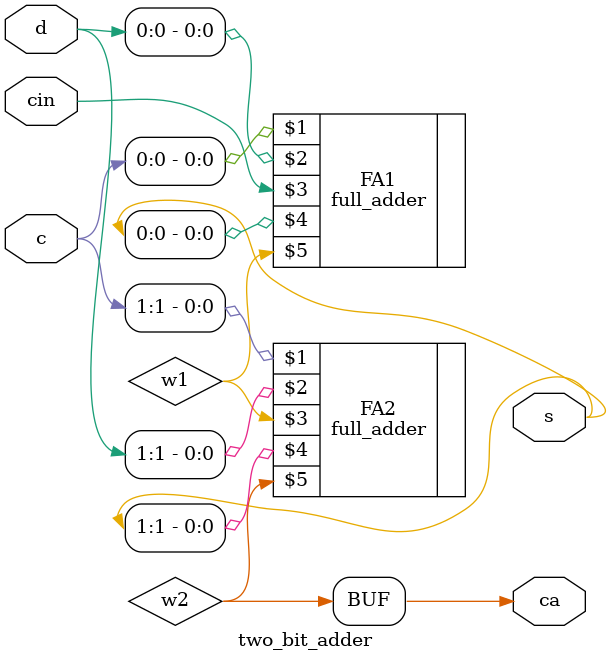
<source format=v>

module two_bit_adder (
    input [1:0] c,
    input [1:0] d,
    input cin,
    output [1:0] s,
    output ca
);
 
wire w1, w2, w3, w4;
 
full_adder FA1(c[0], d[0], cin, s[0], w1);
full_adder FA2(c[1], d[1], w1, s[1], w2);
 
assign ca = w2;
 
endmodule

</source>
